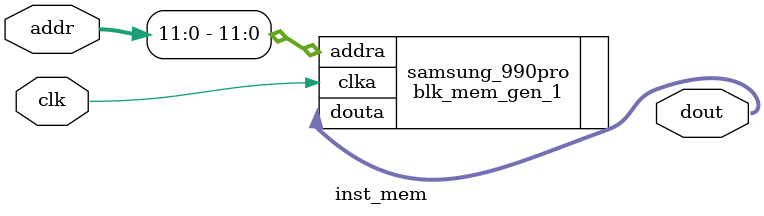
<source format=v>
module data_mem(
    input clk,
    input [31:0] addr, 
    input en, input we, 
    input [31:0] din, 
    output [31:0] dout
);

    blk_mem_gen_0 gskill_ripjaw(
        .douta(dout),
        .addra(addr[11:0]),
        .clka(clk),
        .dina(din),
        .ena(en),
        .wea(we)
    );

endmodule

module inst_mem(
    input clk,
    input [31:0] addr, 
    output [31:0] dout
);

    blk_mem_gen_1 samsung_990pro(
        .douta(dout),
        .addra(addr[11:0]),
        .clka(clk)
    );

endmodule
</source>
